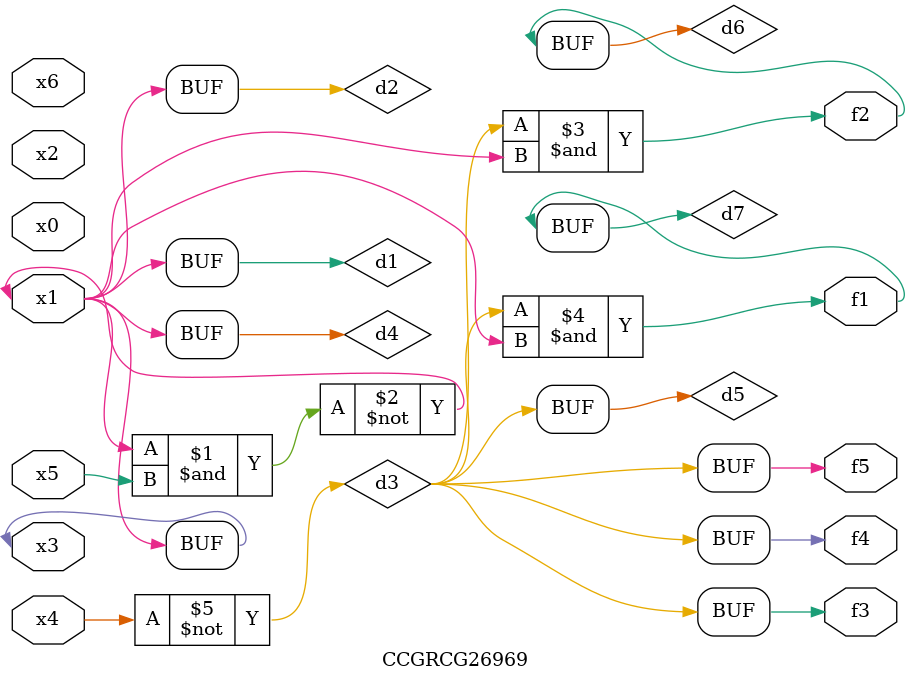
<source format=v>
module CCGRCG26969(
	input x0, x1, x2, x3, x4, x5, x6,
	output f1, f2, f3, f4, f5
);

	wire d1, d2, d3, d4, d5, d6, d7;

	buf (d1, x1, x3);
	nand (d2, x1, x5);
	not (d3, x4);
	buf (d4, d1, d2);
	buf (d5, d3);
	and (d6, d3, d4);
	and (d7, d3, d4);
	assign f1 = d7;
	assign f2 = d6;
	assign f3 = d5;
	assign f4 = d5;
	assign f5 = d5;
endmodule

</source>
